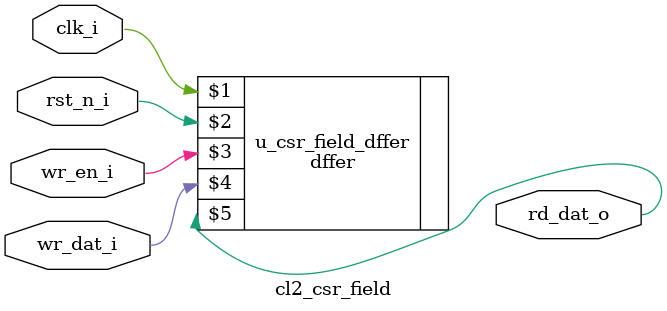
<source format=sv>

module cl2_csr_field #(
    parameter int FIELD_WIDTH = 1
) (
    input  logic                   clk_i,
    input  logic                   rst_n_i,
    input  logic                   wr_en_i,
    input  logic [FIELD_WIDTH-1:0] wr_dat_i,
    output logic [FIELD_WIDTH-1:0] rd_dat_o
);

  dffer #(FIELD_WIDTH) u_csr_field_dffer (
      clk_i,
      rst_n_i,
      wr_en_i,
      wr_dat_i,
      rd_dat_o
  );
endmodule

</source>
